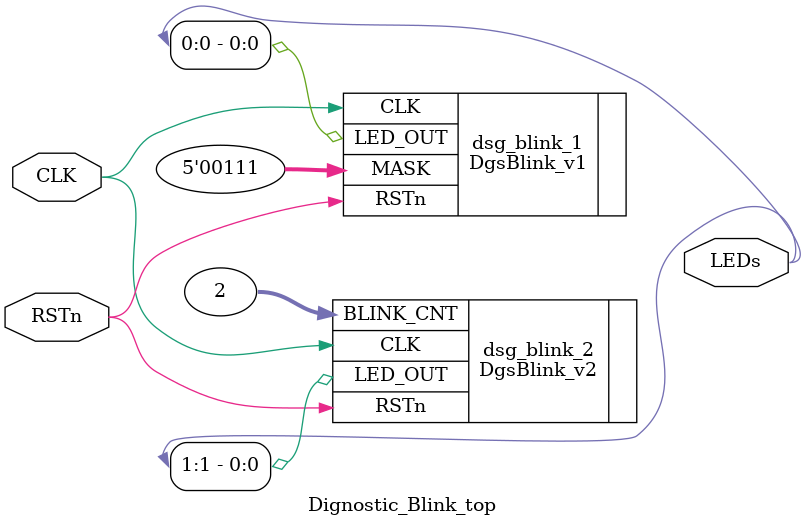
<source format=v>
module Dignostic_Blink_top
(
	input 		 CLK,
	input 		 RSTn,
	output [2:0] LEDs
);

defparam dsg_blink_1.FREQ_HZ	 = 100*1000*1000;
defparam dsg_blink_1.PERIOD_US = 10;
defparam dsg_blink_1.PULSE_US =  1;
//
DgsBlink_v1			dsg_blink_1
(
	.CLK		(CLK),
	.RSTn		(RSTn),
	.MASK		(5'b00111),
	.LED_OUT	(LEDs[0])
);

defparam dsg_blink_2.FREQ_HZ	 = 100*1000*1000;
defparam dsg_blink_2.PERIOD_US = 10;
defparam dsg_blink_2.PULSE_US =  1;
//
DgsBlink_v2			dsg_blink_2
(
	.CLK			(CLK),
	.RSTn			(RSTn),
	.BLINK_CNT	(2),
	.LED_OUT		(LEDs[1])
);

endmodule 
</source>
